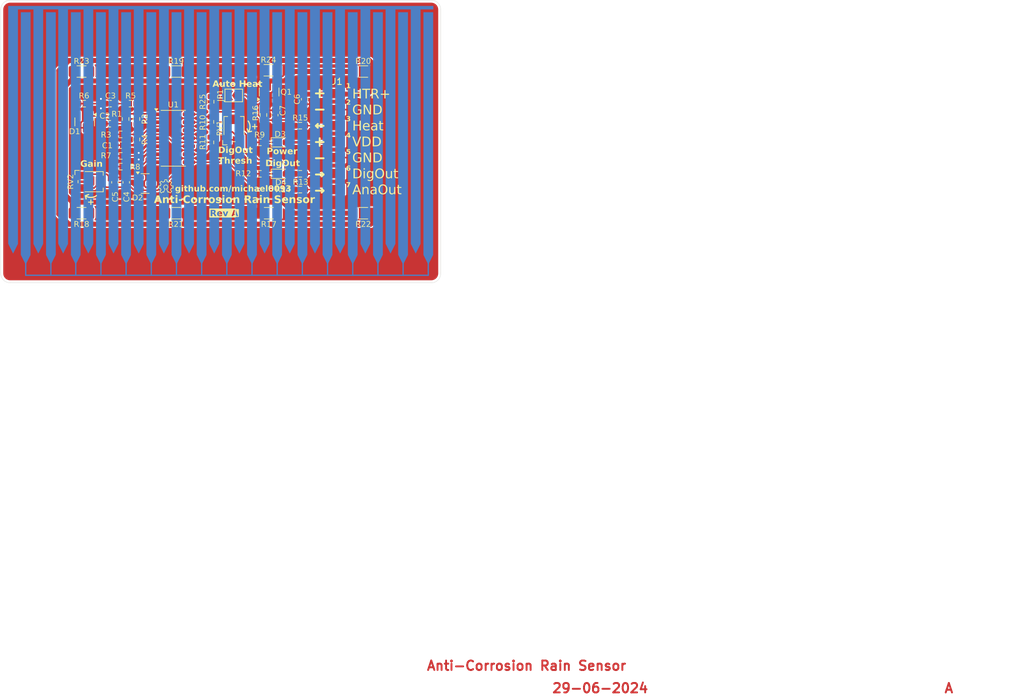
<source format=kicad_pcb>
(kicad_pcb (version 20240108) (generator "pcbnew") (generator_version "8.0")
  (layers (0 "F.Cu" signal) (31 "B.Cu" signal) (34 "B.Paste" user) (35 "F.Paste" user) (36 "B.SilkS" user "B.Silkscreen") (37 "F.SilkS" user "F.Silkscreen") (38 "B.Mask" user) (39 "F.Mask" user) (44 "Edge.Cuts" user))
  (net 0 "")
  (net 1 "GND")
  (net 2 "VDD")
  (net 3 "Net-(U1A--)")
  (net 4 "Net-(C3-Pad2)")
  (net 5 "Net-(C3-Pad1)")
  (net 6 "Net-(D2-A)")
  (net 7 "Net-(D2-K)")
  (net 8 "HTR+")
  (net 9 "Net-(JP1-A)")
  (net 11 "Net-(D2-COM)")
  (net 12 "Net-(D3-K)")
  (net 13 "Net-(D4-K)")
  (net 14 "/HeaterOn")
  (net 15 "Net-(J1-Pin_6)")
  (net 16 "Net-(J1-Pin_7)")
  (net 17 "Net-(R1-Pad1)")
  (net 18 "Net-(U1A-+)")
  (net 19 "Net-(U1B-+)")
  (net 20 "/DigitalOut")
  (net 21 "/AnalogOut")
  (net 22 "Net-(U1D-+)")
  (net 23 "Net-(U1D--)")
  (net 24 "Net-(Q1-D)")
  (net 25 "Net-(JP1-B)")
  (footprint "Package_TO_SOT_SMD:SOT-23" (layer "F.Cu") (at 142.2875 112.9275)
    (property "Reference" "D2")
    (property "Value" "BAT54S")
  )
  (footprint "Capacitor_SMD:C_0603_1608Metric" (layer "F.Cu") (at 136.8125 100.2375 180)
    (property "Reference" "C3")
    (property "Value" "100nF")
  )
  (footprint "Resistor_SMD:R_0603_1608Metric" (layer "F.Cu") (at 140.9125 105.9275 -90)
    (property "Reference" "R4")
    (property "Value" "10k")
  )
  (footprint "Potentiometer_SMD:Potentiometer_Bourns_TC33X_Vertical" (layer "F.Cu") (at 133.7375 112.6375)
    (property "Reference" "RV2")
    (property "Value" "500k")
  )
  (footprint "Resistor_SMD:R_0603_1608Metric" (layer "F.Cu") (at 166.9375 103.7375)
    (property "Reference" "R15")
    (property "Value" "1k")
  )
  (footprint "Resistor_SMD:R_0603_1608Metric" (layer "F.Cu") (at 160.5125 111.3875 180)
    (property "Reference" "R12")
    (property "Value" "1k")
  )
  (footprint "Resistor_SMD:R_0603_1608Metric" (layer "F.Cu") (at 138.3875 105.1275 180)
    (property "Reference" "R3")
    (property "Value" "10k")
  )
  (footprint "Capacitor_SMD:C_0603_1608Metric" (layer "F.Cu") (at 136.6875 103.4275 180)
    (property "Reference" "C2")
    (property "Value" "100nF")
  )
  (footprint "Resistor_SMD:R_1206_3216Metric" (layer "F.Cu") (at 147.1875 95.1375)
    (property "Reference" "R19")
    (property "Value" "100R")
  )
  (footprint "Resistor_SMD:R_0603_1608Metric" (layer "F.Cu") (at 152.6625 103.1375 90)
    (property "Reference" "R10")
    (property "Value" "100k")
  )
  (footprint "Resistor_SMD:R_1206_3216Metric" (layer "F.Cu") (at 176.9375 117.6375)
    (property "Reference" "R22")
    (property "Value" "100R")
  )
  (footprint "Potentiometer_SMD:Potentiometer_Bourns_TC33X_Vertical" (layer "F.Cu") (at 156.4125 104.1775 90)
    (property "Reference" "RV1")
    (property "Value" "10k")
  )
  (footprint "Package_TO_SOT_SMD:SOT-23" (layer "F.Cu") (at 161.9875 98.3875 90)
    (property "Reference" "Q1")
    (property "Value" "AO3400A")
  )
  (footprint "Resistor_SMD:R_0603_1608Metric" (layer "F.Cu") (at 166.9375 113.8875 180)
    (property "Reference" "R14")
    (property "Value" "100R")
  )
  (footprint "Capacitor_SMD:C_0603_1608Metric" (layer "F.Cu") (at 167.625001 99.5375 -90)
    (property "Reference" "C6")
    (property "Value" "100nF")
  )
  (footprint "LED_SMD:LED_0603_1608Metric" (layer "F.Cu") (at 163.8 111.3875)
    (property "Reference" "D4")
    (property "Value" "ORANGE")
  )
  (footprint "Resistor_SMD:R_0603_1608Metric" (layer "F.Cu") (at 138.404762 108.547062)
    (property "Reference" "R7")
    (property "Value" "100k")
  )
  (footprint "Connector_Harwin:Harwin_M20-89007xx_1x07_P2.54mm_Horizontal_NoSilkscreen" (layer "F.Cu") (at 178.2125 106.2675)
    (property "Reference" "J1")
    (property "Value" "Conn_01x07_Pin")
  )
  (footprint "Resistor_SMD:R_1206_3216Metric" (layer "F.Cu") (at 161.9375 117.6375)
    (property "Reference" "R17")
    (property "Value" "100R")
  )
  (footprint "Package_SO:SOIC-14_3.9x8.7mm_P1.27mm" (layer "F.Cu") (at 146.7625 105.7375)
    (property "Reference" "U1")
    (property "Value" "LMV324")
  )
  (footprint "Resistor_SMD:R_1206_3216Metric" (layer "F.Cu") (at 161.8875 94.9375)
    (property "Reference" "R24")
    (property "Value" "100R")
  )
  (footprint "Capacitor_SMD:C_0603_1608Metric" (layer "F.Cu") (at 162.8875 102.0625 -90)
    (property "Reference" "C7")
    (property "Value" "100nF")
  )
  (footprint "Resistor_SMD:R_0603_1608Metric" (layer "F.Cu") (at 140.9125 102.6775 -90)
    (property "Reference" "R2")
    (property "Value" "10k")
  )
  (footprint "Resistor_SMD:R_1206_3216Metric" (layer "F.Cu") (at 147.1875 117.6375)
    (property "Reference" "R21")
    (property "Value" "100R")
  )
  (footprint "Resistor_SMD:R_1206_3216Metric" (layer "F.Cu") (at 132.1875 117.6375)
    (property "Reference" "R18")
    (property "Value" "100R")
  )
  (footprint "LED_SMD:LED_0603_1608Metric" (layer "F.Cu") (at 163.8 106.3875)
    (property "Reference" "D3")
    (property "Value" "GREEN")
  )
  (footprint "Resistor_SMD:R_0603_1608Metric" (layer "F.Cu") (at 139.9875 100.2375 180)
    (property "Reference" "R5")
    (property "Value" "1k")
  )
  (footprint "Package_TO_SOT_SMD:SOT-23" (layer "F.Cu") (at 132.6875 103.1375 -90)
    (property "Reference" "D1")
    (property "Value" "BAV99")
  )
  (footprint "Resistor_SMD:R_0603_1608Metric" (layer "F.Cu") (at 152.6875 99.9375 -90)
    (property "Reference" "R25")
    (property "Value" "10k")
  )
  (footprint "Resistor_SMD:R_0603_1608Metric" (layer "F.Cu") (at 161.0875 102.0375 -90)
    (property "Reference" "R16")
    (property "Value" "100k")
  )
  (footprint "Resistor_SMD:R_0603_1608Metric" (layer "F.Cu") (at 132.5875 100.2375)
    (property "Reference" "R6")
    (property "Value" "1M")
  )
  (footprint "Resistor_SMD:R_1206_3216Metric" (layer "F.Cu") (at 176.9375 95.1375)
    (property "Reference" "R20")
    (property "Value" "100R")
  )
  (footprint "Resistor_SMD:R_0603_1608Metric" (layer "F.Cu") (at 138.4125 110.2375)
    (property "Reference" "R8")
    (property "Value" "100k")
  )
  (footprint "Capacitor_SMD:C_0603_1608Metric" (layer "F.Cu") (at 137.4875 112.7375 90)
    (property "Reference" "C5")
    (property "Value" "100nF")
  )
  (footprint "Capacitor_SMD:C_0603_1608Metric" (layer "F.Cu") (at 139.2875 112.7375 -90)
    (property "Reference" "C4")
    (property "Value" "1nF")
  )
  (footprint "Capacitor_SMD:C_0603_1608Metric" (layer "F.Cu") (at 138.4125 106.8375 180)
    (property "Reference" "C1")
    (property "Value" "100nF")
  )
  (footprint "Resistor_SMD:R_0603_1608Metric" (layer "F.Cu") (at 139.1875 102.6775 -90)
    (property "Reference" "R1")
    (property "Value" "1k")
  )
  (footprint "Resistor_SMD:R_0603_1608Metric" (layer "F.Cu") (at 166.9375 111.3875 180)
    (property "Reference" "R13")
    (property "Value" "100R")
  )
  (footprint "Resistor_SMD:R_0603_1608Metric" (layer "F.Cu") (at 160.5125 106.3875 180)
    (property "Reference" "R9")
    (property "Value" "1k")
  )
  (footprint "Resistor_SMD:R_1206_3216Metric" (layer "F.Cu") (at 132.1875 95.1375)
    (property "Reference" "R23")
    (property "Value" "100R")
  )
  (footprint "Resistor_SMD:R_0603_1608Metric" (layer "F.Cu") (at 152.6625 106.3875 90)
    (property "Reference" "R11")
    (property "Value" "10k")
  )
  (footprint "Jumper:SolderJumper-2_P1.3mm_Open_TrianglePad1.0x1.5mm" (layer "F.Cu") (at 156.362501 98.9375 180)
    (property "Reference" "JP1")
    (property "Value" "Auto Heat" (hide yes))
  )
  (gr_poly (pts (xy 158.519998 85.75) (xy 158.519998 124.25) (xy 159.269998 125.75) (xy 160.019998 124.25) (xy 160.019998 85.75)) (stroke (width 0.05)) (fill solid) (layer "B.Cu") (net 4))
  (gr_poly (pts (xy 150.519998 85.75) (xy 150.519998 124.25) (xy 151.269998 125.75) (xy 152.019998 124.25) (xy 152.019998 85.75)) (stroke (width 0.05)) (fill solid) (layer "B.Cu") (net 4))
  (gr_poly (pts (xy 170.519998 85.75) (xy 170.519998 124.25) (xy 171.269998 125.75) (xy 172.019998 124.25) (xy 172.019998 85.75)) (stroke (width 0.05)) (fill solid) (layer "B.Cu") (net 4))
  (gr_poly (pts (xy 184.519998 85.25) (xy 184.519998 122.5) (xy 185.269998 124) (xy 186.019998 122.5) (xy 186.019998 85.25)) (stroke (width 0.05)) (fill solid) (layer "B.Cu") (net 19))
  (gr_line (start 151.269998 127.5) (end 151.269998 124.75) (stroke (width 0.2)) (layer "B.Cu") (net 4))
  (gr_poly (pts (xy 180.519998 85.25) (xy 180.519998 122.5) (xy 181.269998 124) (xy 182.019998 122.5) (xy 182.019998 85.25)) (stroke (width 0.05)) (fill solid) (layer "B.Cu") (net 19))
  (gr_poly (pts (xy 134.519998 85.75) (xy 134.519998 124.25) (xy 135.269998 125.75) (xy 136.019998 124.25) (xy 136.019998 85.75)) (stroke (width 0.05)) (fill solid) (layer "B.Cu") (net 4))
  (gr_line (start 139.269998 127.5) (end 139.269998 124.75) (stroke (width 0.2)) (layer "B.Cu") (net 4))
  (gr_poly (pts (xy 156.519998 85.25) (xy 156.519998 122.5) (xy 157.269998 124) (xy 158.019998 122.5) (xy 158.019998 85.25)) (stroke (width 0.05)) (fill solid) (layer "B.Cu") (net 19))
  (gr_poly (pts (xy 140.519998 85.25) (xy 140.519998 122.5) (xy 141.269998 124) (xy 142.019998 122.5) (xy 142.019998 85.25)) (stroke (width 0.05)) (fill solid) (layer "B.Cu") (net 19))
  (gr_poly (pts (xy 176.519998 85.25) (xy 176.519998 122.5) (xy 177.269998 124) (xy 178.019998 122.5) (xy 178.019998 85.25)) (stroke (width 0.05)) (fill solid) (layer "B.Cu") (net 19))
  (gr_line (start 167.269998 127.5) (end 167.269998 124.75) (stroke (width 0.2)) (layer "B.Cu") (net 4))
  (gr_poly (pts (xy 164.519998 85.25) (xy 164.519998 122.5) (xy 165.269998 124) (xy 166.019998 122.5) (xy 166.019998 85.25)) (stroke (width 0.05)) (fill solid) (layer "B.Cu") (net 19))
  (gr_line (start 123.319998 127.5) (end 187.269998 127.5) (stroke (width 0.2)) (layer "B.Cu") (net 4))
  (gr_line (start 143.269998 127.5) (end 143.269998 124.75) (stroke (width 0.2)) (layer "B.Cu") (net 4))
  (gr_poly (pts (xy 146.519998 85.75) (xy 146.519998 124.25) (xy 147.269998 125.75) (xy 148.019998 124.25) (xy 148.019998 85.75)) (stroke (width 0.05)) (fill solid) (layer "B.Cu") (net 4))
  (gr_line (start 159.269998 127.5) (end 159.269998 124.75) (stroke (width 0.2)) (layer "B.Cu") (net 4))
  (gr_line (start 179.269998 127.5) (end 179.269998 124.75) (stroke (width 0.2)) (layer "B.Cu") (net 4))
  (gr_poly (pts (xy 132.519998 85.25) (xy 132.519998 122.5) (xy 133.269998 124) (xy 134.019998 122.5) (xy 134.019998 85.25)) (stroke (width 0.05)) (fill solid) (layer "B.Cu") (net 19))
  (gr_line (start 163.269998 127.5) (end 163.269998 124.75) (stroke (width 0.2)) (layer "B.Cu") (net 4))
  (gr_line (start 171.269998 127.5) (end 171.269998 124.75) (stroke (width 0.2)) (layer "B.Cu") (net 4))
  (gr_poly (pts (xy 144.519998 85.25) (xy 144.519998 122.5) (xy 145.269998 124) (xy 146.019998 122.5) (xy 146.019998 85.25)) (stroke (width 0.05)) (fill solid) (layer "B.Cu") (net 19))
  (gr_line (start 131.269998 127.5) (end 131.269998 124.75) (stroke (width 0.2)) (layer "B.Cu") (net 4))
  (gr_poly (pts (xy 168.519998 85.25) (xy 168.519998 122.5) (xy 169.269998 124) (xy 170.019998 122.5) (xy 170.019998 85.25)) (stroke (width 0.05)) (fill solid) (layer "B.Cu") (net 19))
  (gr_poly (pts (xy 120.569998 85.25) (xy 188.04 85.25) (xy 188.04 84.74) (xy 120.57 84.74)) (stroke (width 0.05)) (fill solid) (layer "B.Cu") (net 19))
  (gr_poly (pts (xy 142.519998 85.75) (xy 142.519998 124.25) (xy 143.269998 125.75) (xy 144.019998 124.25) (xy 144.019998 85.75)) (stroke (width 0.05)) (fill solid) (layer "B.Cu") (net 4))
  (gr_poly (pts (xy 122.569998 85.75) (xy 122.569998 124.25) (xy 123.319998 125.75) (xy 124.069998 124.25) (xy 124.069998 85.75)) (stroke (width 0.05)) (fill solid) (layer "B.Cu") (net 4))
  (gr_line (start 183.269998 127.5) (end 183.269998 124.75) (stroke (width 0.2)) (layer "B.Cu") (net 4))
  (gr_poly (pts (xy 162.519998 85.75) (xy 162.519998 124.25) (xy 163.269998 125.75) (xy 164.019998 124.25) (xy 164.019998 85.75)) (stroke (width 0.05)) (fill solid) (layer "B.Cu") (net 4))
  (gr_poly (pts (xy 178.519998 85.75) (xy 178.519998 124.25) (xy 179.269998 125.75) (xy 180.019998 124.25) (xy 180.019998 85.75)) (stroke (width 0.05)) (fill solid) (layer "B.Cu") (net 4))
  (gr_poly (pts (xy 128.519998 85.25) (xy 128.519998 122.5) (xy 129.269998 124) (xy 130.019998 122.5) (xy 130.019998 85.25)) (stroke (width 0.05)) (fill solid) (layer "B.Cu") (net 19))
  (gr_poly (pts (xy 138.519998 85.75) (xy 138.519998 124.25) (xy 139.269998 125.75) (xy 140.019998 124.25) (xy 140.019998 85.75)) (stroke (width 0.05)) (fill solid) (layer "B.Cu") (net 4))
  (gr_line (start 187.269998 127.5) (end 187.269998 124.75) (stroke (width 0.2)) (layer "B.Cu") (net 4))
  (gr_poly (pts (xy 126.569998 85.75) (xy 126.569998 124.25) (xy 127.319998 125.75) (xy 128.069998 124.25) (xy 128.069998 85.75)) (stroke (width 0.05)) (fill solid) (layer "B.Cu") (net 4))
  (gr_line (start 135.269998 127.5) (end 135.269998 124.75) (stroke (width 0.2)) (layer "B.Cu") (net 4))
  (gr_line (start 147.269998 127.5) (end 147.269998 124.75) (stroke (width 0.2)) (layer "B.Cu") (net 4))
  (gr_poly (pts (xy 124.569998 85.25) (xy 124.569998 122.5) (xy 125.319998 124) (xy 126.069998 122.5) (xy 126.069998 85.25)) (stroke (width 0.05)) (fill solid) (layer "B.Cu") (net 19))
  (gr_line (start 155.269998 127.5) (end 155.269998 124.75) (stroke (width 0.2)) (layer "B.Cu") (net 4))
  (gr_poly (pts (xy 130.519998 85.75) (xy 130.519998 124.25) (xy 131.269998 125.75) (xy 132.019998 124.25) (xy 132.019998 85.75)) (stroke (width 0.05)) (fill solid) (layer "B.Cu") (net 4))
  (gr_poly (pts (xy 186.519998 85.75) (xy 186.519998 124.25) (xy 187.269998 125.75) (xy 188.019998 124.25) (xy 188.019998 85.75)) (stroke (width 0.05)) (fill solid) (layer "B.Cu") (net 4))
  (gr_poly (pts (xy 120.569998 85.25) (xy 120.569998 122.5) (xy 121.319998 124) (xy 122.069998 122.5) (xy 122.069998 85.25)) (stroke (width 0.05)) (fill solid) (layer "B.Cu") (net 19))
  (gr_poly (pts (xy 166.519998 85.75) (xy 166.519998 124.25) (xy 167.269998 125.75) (xy 168.019998 124.25) (xy 168.019998 85.75)) (stroke (width 0.05)) (fill solid) (layer "B.Cu") (net 4))
  (gr_poly (pts (xy 148.519998 85.25) (xy 148.519998 122.5) (xy 149.269998 124) (xy 150.019998 122.5) (xy 150.019998 85.25)) (stroke (width 0.05)) (fill solid) (layer "B.Cu") (net 19))
  (gr_poly (pts (xy 182.519998 85.75) (xy 182.519998 124.25) (xy 183.269998 125.75) (xy 184.019998 124.25) (xy 184.019998 85.75)) (stroke (width 0.05)) (fill solid) (layer "B.Cu") (net 4))
  (gr_poly (pts (xy 172.519998 85.25) (xy 172.519998 122.5) (xy 173.269998 124) (xy 174.019998 122.5) (xy 174.019998 85.25)) (stroke (width 0.05)) (fill solid) (layer "B.Cu") (net 19))
  (gr_line (start 127.319998 127.5) (end 127.319998 124.75) (stroke (width 0.2)) (layer "B.Cu") (net 4))
  (gr_poly (pts (xy 174.519998 85.75) (xy 174.519998 124.25) (xy 175.269998 125.75) (xy 176.019998 124.25) (xy 176.019998 85.75)) (stroke (width 0.05)) (fill solid) (layer "B.Cu") (net 4))
  (gr_poly (pts (xy 136.519998 85.25) (xy 136.519998 122.5) (xy 137.269998 124) (xy 138.019998 122.5) (xy 138.019998 85.25)) (stroke (width 0.05)) (fill solid) (layer "B.Cu") (net 19))
  (gr_line (start 175.269998 127.5) (end 175.269998 124.75) (stroke (width 0.2)) (layer "B.Cu") (net 4))
  (gr_line (start 123.319998 124.25) (end 123.319998 127.5) (stroke (width 0.2)) (layer "B.Cu") (net 4))
  (gr_poly (pts (xy 152.519998 85.25) (xy 152.519998 122.5) (xy 153.269998 124) (xy 154.019998 122.5) (xy 154.019998 85.25)) (stroke (width 0.05)) (fill solid) (layer "B.Cu") (net 19))
  (gr_poly (pts (xy 160.519998 85.25) (xy 160.519998 122.5) (xy 161.269998 124) (xy 162.019998 122.5) (xy 162.019998 85.25)) (stroke (width 0.05)) (fill solid) (layer "B.Cu") (net 19))
  (gr_poly (pts (xy 154.519998 85.75) (xy 154.519998 124.25) (xy 155.269998 125.75) (xy 156.019998 124.25) (xy 156.019998 85.75)) (stroke (width 0.05)) (fill solid) (layer "B.Cu") (net 4))
  (gr_line (start 146.027159 114.24755) (end 145.920421 114.291762) (stroke (width 0.1)) (layer "F.SilkS"))
  (gr_line (start 145.354798 112.624106) (end 145.354801 112.624113) (stroke (width 0.1)) (layer "F.SilkS"))
  (gr_arc (start 146.498155 114.186329) (mid 146.50066 114.196149) (end 146.496338 114.205314) (stroke (width 0.1)) (layer "F.SilkS"))
  (gr_line (start 146.337715 113.031335) (end 146.434713 113.265508) (stroke (width 0.1)) (layer "F.SilkS"))
  (gr_line (start 146.497495 112.782962) (end 146.339154 113.017003) (stroke (width 0.1)) (layer "F.SilkS"))
  (gr_line (start 146.339106 113.95124) (end 146.498155 114.186329) (stroke (width 0.1)) (layer "F.SilkS"))
  (gr_arc (start 144.412406 113.342123) (mid 144.415951 113.332461) (end 144.424897 113.327344) (stroke (width 0.1)) (layer "F.SilkS"))
  (gr_arc (start 158.664676 103.003915) (mid 158.951645 103.867072) (end 158.6875 104.7375) (stroke (width 0.2)) (layer "F.SilkS"))
  (gr_line (start 144.714288 113.264598) (end 144.811372 113.030217) (stroke (width 0.1)) (layer "F.SilkS"))
  (gr_line (start 145.444642 113.801737) (end 145.247924 114.28353) (stroke (width 0.1)) (layer "F.SilkS"))
  (gr_line (start 144.412406 113.62531) (end 144.412406 113.342123) (stroke (width 0.1)) (layer "F.SilkS"))
  (gr_arc (start 146.041395 112.719362) (mid 146.035058 112.721794) (end 146.028288 112.721232) (stroke (width 0.1)) (layer "F.SilkS"))
  (gr_line (start 144.652366 112.762942) (end 144.652355 112.762931) (stroke (width 0.1)) (layer "F.SilkS"))
  (gr_arc (start 144.650505 112.782041) (mid 144.647996 112.772159) (end 144.652366 112.762942) (stroke (width 0.1)) (layer "F.SilkS"))
  (gr_arc (start 144.810945 113.937066) (mid 144.812013 113.944341) (end 144.809508 113.951254) (stroke (width 0.1)) (layer "F.SilkS"))
  (gr_arc (start 146.027159 114.24755) (mid 146.034472 114.246469) (end 146.041422 114.248997) (stroke (width 0.1)) (layer "F.SilkS"))
  (gr_line (start 144.872141 112.560315) (end 145.10723 112.719364) (stroke (width 0.1)) (layer "F.SilkS"))
  (gr_line (start 146.496338 114.205314) (end 146.295488 114.406164) (stroke (width 0.1)) (layer "F.SilkS"))
  (gr_line (start 144.650491 114.186296) (end 144.809508 113.951254) (stroke (width 0.1)) (layer "F.SilkS"))
  (gr_arc (start 146.339106 113.95124) (mid 146.336628 113.944566) (end 146.3375 113.9375) (stroke (width 0.1)) (layer "F.SilkS"))
  (gr_arc (start 144.853155 112.562131) (mid 144.862321 112.557812) (end 144.872141 112.560315) (stroke (width 0.1)) (layer "F.SilkS"))
  (gr_line (start 145.432291 112.322252) (end 145.716347 112.322252) (stroke (width 0.1)) (layer "F.SilkS"))
  (gr_arc (start 145.920421 114.291762) (mid 145.908509 114.291606) (end 145.900424 114.282857) (stroke (width 0.1)) (layer "F.SilkS"))
  (gr_line (start 144.424897 113.327344) (end 144.703208 113.273651) (stroke (width 0.1)) (layer "F.SilkS"))
  (gr_arc (start 145.417566 112.334391) (mid 145.422745 112.325679) (end 145.432291 112.322252) (stroke (width 0.1)) (layer "F.SilkS"))
  (gr_line (start 144.809554 113.017129) (end 144.650505 112.782041) (stroke (width 0.1)) (layer "F.SilkS"))
  (gr_arc (start 146.276462 112.560329) (mid 146.286306 112.55783) (end 146.295487 112.562184) (stroke (width 0.1)) (layer "F.SilkS"))
  (gr_arc (start 144.809554 113.017129) (mid 144.811952 113.023463) (end 144.811372 113.030217) (stroke (width 0.1)) (layer "F.SilkS"))
  (gr_line (start 146.72334 113.641046) (end 146.444889 113.694766) (stroke (width 0.1)) (layer "F.SilkS"))
  (gr_arc (start 146.337715 113.031335) (mid 146.336629 113.023991) (end 146.339168 113.017012) (stroke (width 0.1)) (layer "F.SilkS"))
  (gr_rect (start 152.562923 116.98515) (end 156.612077 118.2375) (stroke (width 0.18)) (fill none) (layer "F.SilkS"))
  (gr_arc (start 145.363802 112.61307) (mid 145.360691 112.619723) (end 145.354798 112.624106) (stroke (width 0.1)) (layer "F.SilkS"))
  (gr_arc (start 146.445387 113.273645) (mid 146.439095 113.270822) (end 146.434713 113.265508) (stroke (width 0.1)) (layer "F.SilkS"))
  (gr_line (start 145.731061 112.33441) (end 145.784953 112.613753) (stroke (width 0.1)) (layer "F.SilkS"))
  (gr_arc (start 144.714288 113.264598) (mid 144.709894 113.270522) (end 144.703206 113.273639) (stroke (width 0.1)) (layer "F.SilkS"))
  (gr_line (start 146.041395 112.719362) (end 146.276462 112.560329) (stroke (width 0.1)) (layer "F.SilkS"))
  (gr_line (start 146.275571 114.407384) (end 146.041434 114.248979) (stroke (width 0.1)) (layer "F.SilkS"))
  (gr_line (start 146.295504 112.562167) (end 146.496354 112.763017) (stroke (width 0.1)) (layer "F.SilkS"))
  (gr_line (start 146.434355 113.703669) (end 146.3375 113.9375) (stroke (width 0.1)) (layer "F.SilkS"))
  (gr_arc (start 145.437069 113.782338) (mid 145.444729 113.790525) (end 145.444642 113.801737) (stroke (width 0.1)) (layer "F.SilkS"))
  (gr_line (start 146.736217 113.342696) (end 146.736217 113.626223) (stroke (width 0.1)) (layer "F.SilkS"))
  (gr_line (start 146.041422 114.248997) (end 146.041434 114.248979) (stroke (width 0.1)) (layer "F.SilkS"))
  (gr_arc (start 144.424594 113.640913) (mid 144.415576 113.635395) (end 144.412406 113.62531) (stroke (width 0.1)) (layer "F.SilkS"))
  (gr_arc (start 145.437069 113.782338) (mid 145.574312 113.155908) (end 145.711554 113.782338) (stroke (width 0.1)) (layer "F.SilkS"))
  (gr_line (start 144.852752 114.405781) (end 144.65232 114.205349) (stroke (width 0.1)) (layer "F.SilkS"))
  (gr_arc (start 145.247924 114.28353) (mid 145.239391 114.291905) (end 145.227443 114.291447) (stroke (width 0.1)) (layer "F.SilkS"))
  (gr_line (start 145.900424 114.282857) (end 145.703913 113.801571) (stroke (width 0.1)) (layer "F.SilkS"))
  (gr_line (start 144.70335 113.694692) (end 144.424594 113.640913) (stroke (width 0.1)) (layer "F.SilkS"))
  (gr_arc (start 145.703913 113.801571) (mid 145.703858 113.790412) (end 145.711554 113.782338) (stroke (width 0.1)) (layer "F.SilkS"))
  (gr_arc (start 145.716347 112.322252) (mid 145.725888 112.325686) (end 145.731061 112.33441) (stroke (width 0.1)) (layer "F.SilkS"))
  (gr_line (start 144.652355 112.762931) (end 144.853155 112.562131) (stroke (width 0.1)) (layer "F.SilkS"))
  (gr_line (start 145.121393 112.720794) (end 145.354801 112.624113) (stroke (width 0.1)) (layer "F.SilkS"))
  (gr_line (start 144.810945 113.937066) (end 144.714222 113.703559) (stroke (width 0.1)) (layer "F.SilkS"))
  (gr_arc (start 144.70335 113.694692) (mid 144.709902 113.697756) (end 144.714222 113.703559) (stroke (width 0.1)) (layer "F.SilkS"))
  (gr_arc (start 146.724085 113.327413) (mid 146.732981 113.332808) (end 146.736217 113.342696) (stroke (width 0.1)) (layer "F.SilkS"))
  (gr_line (start 146.445387 113.273645) (end 146.724085 113.327413) (stroke (width 0.1)) (layer "F.SilkS"))
  (gr_arc (start 146.736217 113.626223) (mid 146.732548 113.636041) (end 146.72334 113.641046) (stroke (width 0.1)) (layer "F.SilkS"))
  (gr_line (start 158.6875 104.7375) (end 158.4875 104.2375) (stroke (width 0.2)) (layer "F.SilkS"))
  (gr_line (start 145.227443 114.291447) (end 145.120792 114.247272) (stroke (width 0.1)) (layer "F.SilkS"))
  (gr_line (start 146.295487 112.562184) (end 146.295504 112.562167) (stroke (width 0.1)) (layer "F.SilkS"))
  (gr_arc (start 144.65232 114.205349) (mid 144.647987 114.196153) (end 144.6505 114.186302) (stroke (width 0.1)) (layer "F.SilkS"))
  (gr_arc (start 145.107308 114.248898) (mid 145.113855 114.246467) (end 145.120792 114.247272) (stroke (width 0.1)) (layer "F.SilkS"))
  (gr_arc (start 146.434355 113.703669) (mid 146.438541 113.697939) (end 146.444889 113.694766) (stroke (width 0.1)) (layer "F.SilkS"))
  (gr_line (start 132.917079 115.373342) (end 132.817079 114.873342) (stroke (width 0.2)) (layer "F.SilkS"))
  (gr_line (start 145.107234 112.719358) (end 145.10723 112.719364) (stroke (width 0.1)) (layer "F.SilkS"))
  (gr_line (start 159.1875 104.6375) (end 158.6875 104.7375) (stroke (width 0.2)) (layer "F.SilkS"))
  (gr_line (start 145.363802 112.61307) (end 145.417566 112.334391) (stroke (width 0.1)) (layer "F.SilkS"))
  (gr_line (start 146.339168 113.017012) (end 146.339154 113.017003) (stroke (width 0.1)) (layer "F.SilkS"))
  (gr_line (start 132.817079 114.873342) (end 133.317079 114.673342) (stroke (width 0.2)) (layer "F.SilkS"))
  (gr_line (start 144.703206 113.273639) (end 144.703208 113.273651) (stroke (width 0.1)) (layer "F.SilkS"))
  (gr_line (start 145.793748 112.624083) (end 146.028288 112.721232) (stroke (width 0.1)) (layer "F.SilkS"))
  (gr_arc (start 145.121393 112.720794) (mid 145.114132 112.72186) (end 145.107234 112.719358) (stroke (width 0.1)) (layer "F.SilkS"))
  (gr_arc (start 144.872156 114.40799) (mid 144.862046 114.410464) (end 144.852752 114.405781) (stroke (width 0.1)) (layer "F.SilkS"))
  (gr_arc (start 145.793748 112.624083) (mid 145.788113 112.61997) (end 145.784953 112.613753) (stroke (width 0.1)) (layer "F.SilkS"))
  (gr_arc (start 134.550664 114.850517) (mid 133.687493 115.137523) (end 132.817079 114.873342) (stroke (width 0.2)) (layer "F.SilkS"))
  (gr_arc (start 146.496354 112.763017) (mid 146.500723 112.772771) (end 146.497495 112.782962) (stroke (width 0.1)) (layer "F.SilkS"))
  (gr_arc (start 146.295488 114.406164) (mid 146.285762 114.410544) (end 146.275571 114.407384) (stroke (width 0.1)) (layer "F.SilkS"))
  (gr_line (start 144.6505 114.186302) (end 144.650491 114.186296) (stroke (width 0.1)) (layer "F.SilkS"))
  (gr_line (start 145.107308 114.248898) (end 144.872156 114.40799) (stroke (width 0.1)) (layer "F.SilkS"))
  (gr_line (start 120.85 128.7) (end 187.75 128.7) (stroke (width 0.05)) (layer "Edge.Cuts"))
  (gr_line (start 189.25 127.2) (end 189.25 85.3) (stroke (width 0.05)) (layer "Edge.Cuts"))
  (gr_line (start 119.35 85.3) (end 119.35 127.2) (stroke (width 0.05)) (layer "Edge.Cuts"))
  (gr_arc (start 120.85 128.7) (mid 119.78934 128.26066) (end 119.35 127.2) (stroke (width 0.05)) (layer "Edge.Cuts"))
  (gr_arc (start 119.35 85.3) (mid 119.78934 84.23934) (end 120.85 83.8) (stroke (width 0.05)) (layer "Edge.Cuts"))
  (gr_arc (start 189.25 127.2) (mid 188.81066 128.26066) (end 187.75 128.7) (stroke (width 0.05)) (layer "Edge.Cuts"))
  (gr_arc (start 187.75 83.8) (mid 188.81066 84.23934) (end 189.25 85.3) (stroke (width 0.05)) (layer "Edge.Cuts"))
  (gr_line (start 187.75 83.8) (end 120.85 83.8) (stroke (width 0.05)) (layer "Edge.Cuts"))
  (gr_text "29-06-2024" (at 206.81 193.96 0) (layer "F.Cu") (effects (font (size 1.5 1.5) (thickness 0.3) (bold yes)) (justify left bottom)))
  (gr_text "A" (at 269.12 193.97 0) (layer "F.Cu") (effects (font (size 1.5 1.5) (thickness 0.3) (bold yes)) (justify left bottom)))
  (gr_text "Anti-Corrosion Rain Sensor" (at 186.9 190.4 0) (layer "F.Cu") (effects (font (size 1.5 1.5) (thickness 0.3) (bold yes)) (justify left bottom)))
  (gr_text "+" (at 133.062658 115.303161 -90) (layer "F.SilkS") (effects (font (size 1 1) (thickness 0.2) (bold yes)) (justify left bottom)))
  (gr_text "DigOut\nThresh" (at 153.8875 109.9375 0) (layer "F.SilkS") (effects (font (size 1 1) (thickness 0.2) (bold yes)) (justify left bottom)))
  (gr_text "HTR+\nGND\nHeat\nVDD\nGND\nDigOut\nAnaOut" (at 175.1875 114.8875 0) (layer "F.SilkS") (effects (font (size 1.51 1.5)) (justify left bottom)))
  (gr_text "Power" (at 161.5875 108.4375 0) (layer "F.SilkS") (effects (font (size 1 1) (thickness 0.2) (bold yes)) (justify left bottom)))
  (gr_text "github.com/michael0093" (at 147.03 114.35 0) (layer "F.SilkS") (effects (font (size 0.95 0.95) (thickness 0.19) (bold yes)) (justify left bottom)))
  (gr_text "Gain" (at 131.9875 110.4375 0) (layer "F.SilkS") (effects (font (size 1 1) (thickness 0.2) (bold yes)) (justify left bottom)))
  (gr_text "DigOut" (at 161.3875 110.3375 0) (layer "F.SilkS") (effects (font (size 1 1) (thickness 0.2) (bold yes)) (justify left bottom)))
  (gr_text "Auto Heat" (at 152.9875 97.7375 0) (layer "F.SilkS") (effects (font (size 1 1) (thickness 0.2) (bold yes)) (justify left bottom)))
  (gr_text "+\n-\n←\n+\n-\n→\n→" (at 168.8375 114.8875 0) (layer "F.SilkS") (effects (font (size 1.6 1.6) (thickness 0.3) (bold yes)) (justify left bottom)))
  (gr_text "1\n\n2\n\n3\n\n4\n\n5\n\n6\n\n7" (at 174.1875 113.6375 0) (layer "F.SilkS") (effects (font (size 0.78 0.8) (thickness 0.1) (bold yes)) (justify left bottom)))
  (gr_text "Rev A" (at 152.572351 118.289697 0) (layer "F.SilkS" knockout) (effects (font (size 1 1) (thickness 0.2) (bold yes)) (justify left bottom)))
  (gr_text "Anti-Corrosion Rain Sensor" (at 143.6875 116.2375 0) (layer "F.SilkS") (effects (font (size 1.2 1.2) (thickness 0.2) (bold yes)) (justify left bottom)))
  (gr_text "+" (at 159.117319 104.491921 0) (layer "F.SilkS") (effects (font (size 1 1) (thickness 0.2) (bold yes)) (justify left bottom)))
  (segment (start 135.6375 103.4275) (end 135.92 103.71) (width 0.25) (layer "F.Cu") (net 1))
  (segment (start 137.6375 106.6775) (end 137.6375 106.0375) (width 0.25) (layer "F.Cu") (net 1))
  (segment (start 137.5875 111.8625) (end 137.5875 106.8875) (width 0.25) (layer "F.Cu") (net 1))
  (segment (start 136.8 100.625) (end 136.8 99.75) (width 0.2032) (layer "F.Cu") (net 1))
  (segment (start 162.2923 102.0423) (end 163.6827 102.0423) (width 0.2032) (layer "F.Cu") (net 1))
  (segment (start 141.740377 105.984623) (end 142.622083 105.102917) (width 0.25) (layer "F.Cu") (net 1))
  (segment (start 138.3875 107.3375) (end 138.4093 107.3157) (width 0.2032) (layer "F.Cu") (net 1))
  (segment (start 164.561618 114.9843) (end 165.964818 116.3875) (width 0.6) (layer "F.Cu") (net 1))
  (segment (start 135.92 104.840273) (end 136.207227 105.1275) (width 0.25) (layer "F.Cu") (net 1))
  (segment (start 162.2875 102.0375) (end 162.2923 102.0423) (width 0.2032) (layer "F.Cu") (net 1))
  (segment (start 137.5875 106.8875) (end 137.6375 106.8375) (width 0.25) (layer "F.Cu") (net 1))
  (segment (start 136.6875 102.8375) (end 136.7875 102.7375) (width 0.2032) (layer "F.Cu") (net 1))
  (segment (start 137.4875 111.9625) (end 137.5875 111.8625) (width 0.25) (layer "F.Cu") (net 1))
  (segment (start 138.4093 107.3157) (end 138.4093 106.414423) (width 0.2032) (layer "F.Cu") (net 1))
  (segment (start 163.6827 102.0423) (end 163.6875 102.0375) (width 0.2032) (layer "F.Cu") (net 1))
  (segment (start 147.152917 105.102917) (end 147.7875 105.7375) (width 0.25) (layer "F.Cu") (net 1))
  (segment (start 136.8 99.75) (end 136.7875 99.7375) (width 0.2032) (layer "F.Cu") (net 1))
  (segment (start 136.207227 105.1275) (end 137.5625 105.1275) (width 0.25) (layer "F.Cu") (net 1))
  (segment (start 131.2343 114.9843) (end 164.561618 114.9843) (width 0.6) (layer "F.Cu") (net 1))
  (segment (start 165.964818 116.3875) (end 174.1875 116.3875) (width 0.6) (layer "F.Cu") (net 1))
  (segment (start 174.1875 116.3875) (end 174.9375 115.6375) (width 0.6) (layer "F.Cu") (net 1))
  (segment (start 142.622083 105.102917) (end 147.152917 105.102917) (width 0.25) (layer "F.Cu") (net 1))
  (segment (start 147.7875 105.7375) (end 149.4125 105.7375) (width 0.25) (layer "F.Cu") (net 1))
  (segment (start 168.1875 99.5375) (end 168.2875 99.4375) (width 0.2032) (layer "F.Cu") (net 1))
  (segment (start 131.0343 97.5407) (end 130.4875 98.0875) (width 0.6) (layer "F.Cu") (net 1))
  (segment (start 137.690377 105.984623) (end 141.740377 105.984623) (width 0.25) (layer "F.Cu") (net 1))
  (segment (start 130.4875 114.2375) (end 131.2343 114.9843) (width 0.6) (layer "F.Cu") (net 1))
  (segment (start 136.6875 103.8375) (end 136.6875 102.8375) (width 0.2032) (layer "F.Cu") (net 1))
  (segment (start 130.4875 98.0875) (end 130.4875 114.2375) (width 0.6) (layer "F.Cu") (net 1))
  (segment (start 167.1875 99.5375) (end 168.1875 99.5375) (width 0.2032) (layer "F.Cu") (net 1))
  (segment (start 137.6375 105.2025) (end 137.5625 105.1275) (width 0.25) (layer "F.Cu") (net 1))
  (segment (start 137.6375 106.0375) (end 137.6375 105.2025) (width 0.25) (layer "F.Cu") (net 1))
  (segment (start 135.92 103.71) (end 135.92 104.840273) (width 0.25) (layer "F.Cu") (net 1))
  (segment (start 137.6375 106.0375) (end 137.690377 105.984623) (width 0.25) (layer "F.Cu") (net 1))
  (segment (start 136.7875 100.6375) (end 136.8 100.625) (width 0.2032) (layer "F.Cu") (net 1))
  (segment (start 163.8 112.05) (end 163.8 111.960632) (width 0.4) (layer "F.Cu") (net 2))
  (segment (start 156.1725 104.7375) (end 157.4125 105.9775) (width 0.25) (layer "F.Cu") (net 2))
  (segment (start 166.9157 106.4157) (end 166.8875 106.3875) (width 0.4) (layer "F.Cu") (net 2))
  (segment (start 163.8 110.45) (end 163.8 110.77) (width 0.4) (layer "F.Cu") (net 2))
  (segment (start 157.4125 107.1625) (end 159.9875 109.7375) (width 0.4) (layer "F.Cu") (net 2))
  (segment (start 166.567896 112.2657) (end 166.9157 111.917896) (width 0.4) (layer "F.Cu") (net 2))
  (segment (start 157.4125 105.9775) (end 157.4125 107.1625) (width 0.4) (layer "F.Cu") (net 2))
  (segment (start 163.8 110.77) (end 163.8 111.9) (width 0.28) (layer "F.Cu") (net 2))
  (segment (start 144.4625 105.7375) (end 146.0875 105.7375) (width 0.25) (layer "F.Cu") (net 2))
  (segment (start 164.450001 106.3875) (end 166.8875 106.3875) (width 0.4) (layer "F.Cu") (net 2))
  (segment (start 166.9157 111.917896) (end 166.9157 106.4157) (width 0.4) (layer "F.Cu") (net 2))
  (segment (start 153.5457 106.3793) (end 153.8875 106.0375) (width 0.25) (layer "F.Cu") (net 2))
  (segment (start 166.567896 112.2657) (end 164.0157 112.2657) (width 0.4) (layer "F.Cu") (net 2))
  (segment (start 153.8875 104.9375) (end 154.0875 104.7375) (width 0.25) (layer "F.Cu") (net 2))
  (segment (start 142.7875 105.7375) (end 144.4625 105.7375) (width 0.4) (layer "F.Cu") (net 2))
  (segment (start 141.6875 106.8375) (end 142.7875 105.7375) (width 0.4) (layer "F.Cu") (net 2))
  (segment (start 172.6475 106.3875) (end 172.6875 106.3475) (width 0.4) (layer "F.Cu") (net 2))
  (segment (start 159.9875 109.7375) (end 163.0875 109.7375) (width 0.4) (layer "F.Cu") (net 2))
  (segment (start 163.0875 109.7375) (end 163.8 110.45) (width 0.4) (layer "F.Cu") (net 2))
  (segment (start 153.8875 106.0375) (end 153.8875 104.9375) (width 0.25) (layer "F.Cu") (net 2))
  (segment (start 146.0875 105.7375) (end 146.7293 106.3793) (width 0.25) (layer "F.Cu") (net 2))
  (segment (start 154.0875 104.7375) (end 156.1725 104.7375) (width 0.25) (layer "F.Cu") (net 2))
  (segment (start 146.7293 106.3793) (end 153.5457 106.3793) (width 0.25) (layer "F.Cu") (net 2))
  (segment (start 139.1875 106.8375) (end 141.6875 106.8375) (width 0.4) (layer "F.Cu") (net 2))
  (segment (start 166.8875 106.3875) (end 172.6475 106.3875) (width 0.4) (layer "F.Cu") (net 2))
  (segment (start 164.0157 112.2657) (end 163.8 112.05) (width 0.4) (layer "F.Cu") (net 2))
  (segment (start 144.3125 103.1975) (end 144.4625 103.3475) (width 0.25) (layer "F.Cu") (net 3))
  (segment (start 142.7475 103.1975) (end 144.3125 103.1975) (width 0.25) (layer "F.Cu") (net 3))
  (segment (start 139.3425 103.4275) (end 140.115979 102.654021) (width 0.25) (layer "F.Cu") (net 3))
  (segment (start 140.115979 102.654021) (end 142.204021 102.654021) (width 0.25) (layer "F.Cu") (net 3))
  (segment (start 137.1875 103.4275) (end 139.3425 103.4275) (width 0.25) (layer "F.Cu") (net 3))
  (segment (start 142.204021 102.654021) (end 142.7475 103.1975) (width 0.25) (layer "F.Cu") (net 3))
  (segment (start 135.2325 100.2375) (end 136.0375 100.2375) (width 0.25) (layer "F.Cu") (net 4))
  (segment (start 135.23 100.24) (end 135.2325 100.2375) (width 0.25) (layer "F.Cu") (net 4))
  (segment (start 135.27 99.48) (end 135.27 100.99) (width 0.4) (layer "F.Cu") (net 4))
  (segment (start 135.2275 100.2375) (end 133.5125 100.2375) (width 0.25) (layer "F.Cu") (net 4))
  (segment (start 135.23 100.24) (end 135.2275 100.2375) (width 0.25) (layer "F.Cu") (net 4))
  (via (at 135.27 99.48) (size 0.6) (drill 0.3) (layers "F.Cu" "B.Cu") (net 4))
  (via (at 135.27 100.99) (size 0.6) (drill 0.3) (layers "F.Cu" "B.Cu") (net 4))
  (segment (start 133.6375 102.2) (end 136.725 102.2) (width 0.25) (layer "F.Cu") (net 5))
  (segment (start 139.1625 100.2375) (end 137.5875 100.2375) (width 0.25) (layer "F.Cu") (net 5))
  (segment (start 136.725 102.2) (end 137.5875 101.3375) (width 0.25) (layer "F.Cu") (net 5))
  (segment (start 137.5875 101.3375) (end 137.5875 100.2375) (width 0.25) (layer "F.Cu") (net 5))
  (segment (start 136.7875 112.7375) (end 138.5125 112.7375) (width 0.2032) (layer "F.Cu") (net 6))
  (segment (start 131.9375 111.6375) (end 132.1375 111.4375) (width 0.25) (layer "F.Cu") (net 6))
  (segment (start 136.1875 111.4375) (end 136.4875 111.7375) (width 0.25) (layer "F.Cu") (net 6))
  (segment (start 144.45 108.44) (end 144.4625 108.4275) (width 0.25) (layer "F.Cu") (net 6))
  (segment (start 138.516317 112.733683) (end 139.2875 111.9625) (width 0.25) (layer "F.Cu") (net 6))
  (segment (start 132.1375 111.4375) (end 136.1875 111.4375) (width 0.25) (layer "F.Cu") (net 6))
  (segment (start 136.4875 112.4375) (end 136.783683 112.733683) (width 0.25) (layer "F.Cu") (net 6))
  (segment (start 136.783683 112.733683) (end 136.7875 112.7375) (width 0.2032) (layer "F.Cu") (net 6))
  (segment (start 139.2375 110.2375) (end 139.2375 111.9125) (width 0.25) (layer "F.Cu") (net 6))
  (segment (start 139.2375 111.9125) (end 139.2875 111.9625) (width 0.25) (layer "F.Cu") (net 6))
  (segment (start 139.2375 110.2375) (end 141.6425 110.2375) (width 0.25) (layer "F.Cu") (net 6))
  (segment (start 139.3025 111.9775) (end 139.2875 111.9625) (width 0.25) (layer "F.Cu") (net 6))
  (segment (start 141.6425 110.2375) (end 142.47 109.41) (width 0.25) (layer "F.Cu") (net 6))
  (segment (start 136.4875 111.7375) (end 136.4875 112.4375) (width 0.25) (layer "F.Cu") (net 6))
  (segment (start 143.02 108.44) (end 144.45 108.44) (width 0.25) (layer "F.Cu") (net 6))
  (segment (start 142.47 108.99) (end 143.02 108.44) (width 0.25) (layer "F.Cu") (net 6))
  (segment (start 138.5125 112.7375) (end 138.516317 112.733683) (width 0.2032) (layer "F.Cu") (net 6))
  (segment (start 142.47 109.41) (end 142.47 108.99) (width 0.25) (layer "F.Cu") (net 6))
  (segment (start 141.35 111.9775) (end 139.3025 111.9775) (width 0.25) (layer "F.Cu") (net 6))
  (segment (start 146.9875 107.8375) (end 147.8175 107.0075) (width 0.25) (layer "F.Cu") (net 7))
  (segment (start 139.2875 113.5125) (end 140.0625 113.5125) (width 0.25) (layer "F.Cu") (net 7))
  (segment (start 147.8175 107.0075) (end 149.4125 107.0075) (width 0.25) (layer "F.Cu") (net 7))
  (segment (start 131.9375 113.6375) (end 134.1875 113.6375) (width 0.25) (layer "F.Cu") (net 7))
  (segment (start 141.4725 114) (end 144.29 114) (width 0.25) (layer "F.Cu") (net 7))
  (segment (start 144.29 114) (end 146.9875 111.3025) (width 0.25) (layer "F.Cu") (net 7))
  (segment (start 135.2875 112.3875) (end 135.0375 112.6375) (width 0.25) (layer "F.Cu") (net 7))
  (segment (start 146.9875 111.3025) (end 146.9875 107.8375) (width 0.25) (layer "F.Cu") (net 7))
  (segment (start 134.1875 113.6375) (end 135.1875 112.6375) (width 0.25) (layer "F.Cu") (net 7))
  (segment (start 140.0625 113.5125) (end 140.4275 113.8775) (width 0.25) (layer "F.Cu") (net 7))
  (segment (start 140.4275 113.8775) (end 141.35 113.8775) (width 0.25) (layer "F.Cu") (net 7))
  (segment (start 141.35 113.8775) (end 141.4725 114) (width 0.25) (layer "F.Cu") (net 7))
  (segment (start 136.0625 113.5125) (end 137.4875 113.5125) (width 0.25) (layer "F.Cu") (net 7))
  (segment (start 135.1875 112.6375) (end 136.0625 113.5125) (width 0.25) (layer "F.Cu") (net 7))
  (segment (start 137.4875 113.5125) (end 139.2875 113.5125) (width 0.25) (layer "F.Cu") (net 7))
  (segment (start 178.4 97.925) (end 178.4 95.1375) (width 0.8) (layer "F.Cu") (net 8))
  (segment (start 177.9375 93.3875) (end 163.4375 93.3875) (width 0.8) (layer "F.Cu") (net 8))
  (segment (start 163.4375 93.3875) (end 148.6875 93.3875) (width 0.8) (layer "F.Cu") (net 8))
  (segment (start 163.4 95.1375) (end 163.4 93.425) (width 0.8) (layer "F.Cu") (net 8))
  (segment (start 178.4375 95.1) (end 178.4375 93.8875) (width 0.8) (layer "F.Cu") (net 8))
  (segment (start 163.4 93.425) (end 163.4375 93.3875) (width 0.8) (layer "F.Cu") (net 8))
  (segment (start 163.4 119.35) (end 163.4375 119.3875) (width 0.8) (layer "F.Cu") (net 8))
  (segment (start 148.9375 119.3875) (end 163.4375 119.3875) (width 0.8) (layer "F.Cu") (net 8))
  (segment (start 130.1875 119.3875) (end 133.6875 119.3875) (width 0.8) (layer "F.Cu") (net 8))
  (segment (start 178.4 95.1375) (end 178.4375 95.1) (width 0.8) (layer "F.Cu") (net 8))
  (segment (start 172.6875 98.7275) (end 177.5975 98.7275) (width 0.8) (layer "F.Cu") (net 8))
  (segment (start 128.5811 94.9939) (end 128.5811 117.7811) (width 0.8) (layer "F.Cu") (net 8))
  (segment (start 178.1125 119.3875) (end 178.4 119.1) (width 0.8) (layer "F.Cu") (net 8))
  (segment (start 148.6875 93.3875) (end 133.6875 93.3875) (width 0.8) (layer "F.Cu") (net 8))
  (segment (start 133.6875 93.3875) (end 130.1875 93.3875) (width 0.8) (layer "F.Cu") (net 8))
  (segment (start 148.65 95.1375) (end 148.65 93.425) (width 0.8) (layer "F.Cu") (net 8))
  (segment (start 133.65 95.1375) (end 133.65 93.425) (width 0.8) (layer "F.Cu") (net 8))
  (segment (start 133.65 117.6375) (end 133.65 119.35) (width 0.8) (layer "F.Cu") (net 8))
  (segment (start 130.1875 93.3875) (end 128.5811 94.9939) (width 0.8) (layer "F.Cu") (net 8))
  (segment (start 133.65 119.35) (end 133.6875 119.3875) (width 0.8) (layer "F.Cu") (net 8))
  (segment (start 163.4375 119.3875) (end 178.1125 119.3875) (width 0.8) (layer "F.Cu") (net 8))
  (segment (start 177.5975 98.7275) (end 178.4 97.925) (width 0.8) (layer "F.Cu") (net 8))
  (segment (start 178.4 119.1) (end 178.4 117.6375) (width 0.8) (layer "F.Cu") (net 8))
  (segment (start 172.6875 98.7275) (end 167.740001 98.7275) (width 0.8) (layer "F.Cu") (net 8))
  (segment (start 148.65 93.425) (end 148.6875 93.3875) (width 0.8) (layer "F.Cu") (net 8))
  (segment (start 148.65 117.6375) (end 148.65 119.1) (width 0.8) (layer "F.Cu") (net 8))
  (segment (start 133.65 93.425) (end 133.6875 93.3875) (width 0.8) (layer "F.Cu") (net 8))
  (segment (start 163.4 117.6375) (end 163.4 119.35) (width 0.8) (layer "F.Cu") (net 8))
  (segment (start 128.5811 117.7811) (end 130.1875 119.3875) (width 0.8) (layer "F.Cu") (net 8))
  (segment (start 133.6875 119.3875) (end 148.9375 119.3875) (width 0.8) (layer "F.Cu") (net 8))
  (segment (start 178.4375 93.8875) (end 177.9375 93.3875) (width 0.8) (layer "F.Cu") (net 8))
  (segment (start 148.65 119.1) (end 148.9375 119.3875) (width 0.8) (layer "F.Cu") (net 8))
  (segment (start 166.1125 103.7375) (end 165.2125 102.8375) (width 0.25) (layer "F.Cu") (net 9))
  (segment (start 157.0875 98.9375) (end 158.2375 98.9375) (width 0.25) (layer "F.Cu") (net 9))
  (segment (start 161.0875 102.8625) (end 160.2843 102.0593) (width 0.25) (layer "F.Cu") (net 9))
  (segment (start 160.2843 100.38445) (end 160.9875 99.68125) (width 0.25) (layer "F.Cu") (net 9))
  (segment (start 162.8625 102.8625) (end 162.8875 102.8375) (width 0.25) (layer "F.Cu") (net 9))
  (segment (start 160.9875 99.68125) (end 160.9875 99.325) (width 0.25) (layer "F.Cu") (net 9))
  (segment (start 161.0875 102.8625) (end 162.8625 102.8625) (width 0.25) (layer "F.Cu") (net 9))
  (segment (start 160.23735 100.3375) (end 160.2843 100.38445) (width 0.25) (layer "F.Cu") (net 9))
  (segment (start 159.6375 100.3375) (end 160.23735 100.3375) (width 0.25) (layer "F.Cu") (net 9))
  (segment (start 160.2843 102.0593) (end 160.2843 100.38445) (width 0.25) (layer "F.Cu") (net 9))
  (segment (start 158.2375 98.9375) (end 159.6375 100.3375) (width 0.25) (layer "F.Cu") (net 9))
  (segment (start 165.2125 102.8375) (end 162.8875 102.8375) (width 0.25) (layer "F.Cu") (net 9))
  (segment (start 143.225001 112.9275) (end 143.215001 112.9375) (width 0.25) (layer "F.Cu") (net 11))
  (segment (start 142.8875 112.9375) (end 142.8875 110.2825) (width 0.25) (layer "F.Cu") (net 11))
  (segment (start 143.215001 112.9375) (end 142.8875 112.9375) (width 0.25) (layer "F.Cu") (net 11))
  (segment (start 142.8875 110.2825) (end 143.6225 109.5475) (width 0.25) (layer "F.Cu") (net 11))
  (segment (start 143.6225 109.5475) (end 144.4625 109.5475) (width 0.25) (layer "F.Cu") (net 11))
  (segment (start 162.800001 106.3875) (end 161.162501 106.3875) (width 0.2032) (layer "F.Cu") (net 12))
  (segment (start 162.8625 111.3875) (end 161.162501 111.3875) (width 0.25) (layer "F.Cu") (net 13))
  (segment (start 172.6175 103.7375) (end 172.6875 103.8075) (width 0.25) (layer "F.Cu") (net 14))
  (segment (start 167.7625 103.7375) (end 172.6175 103.7375) (width 0.25) (layer "F.Cu") (net 14))
  (segment (start 172.6875 111.4275) (end 167.8025 111.4275) (width 0.25) (layer "F.Cu") (net 15))
  (segment (start 167.8025 111.4275) (end 167.7625 111.3875) (width 0.2032) (layer "F.Cu") (net 15))
  (segment (start 167.7625 113.8875) (end 172.6075 113.8875) (width 0.25) (layer "F.Cu") (net 16))
  (segment (start 172.6075 113.8875) (end 172.6875 113.9675) (width 0.2032) (layer "F.Cu") (net 16))
  (segment (start 144.4625 102.0775) (end 144.4625 101.9275) (width 0.25) (layer "F.Cu") (net 17))
  (segment (start 140.9125 101.8525) (end 140.9125 100.2525) (width 0.25) (layer "F.Cu") (net 17))
  (segment (start 144.3875 101.8525) (end 138.9125 101.8525) (width 0.25) (layer "F.Cu") (net 17))
  (segment (start 144.4625 101.9275) (end 144.3875 101.8525) (width 0.25) (layer "F.Cu") (net 17))
  (segment (start 144.3125 104.4675) (end 144.4625 104.6175) (width 0.25) (layer "F.Cu") (net 18))
  (segment (start 141.955 105.1025) (end 142.59 104.4675) (width 0.25) (layer "F.Cu") (net 18))
  (segment (start 140.9125 105.1025) (end 141.955 105.1025) (width 0.25) (layer "F.Cu") (net 18))
  (segment (start 139.2125 105.1275) (end 140.8875 105.1275) (width 0.25) (layer "F.Cu") (net 18))
  (segment (start 142.59 104.4675) (end 144.3125 104.4675) (width 0.25) (layer "F.Cu") (net 18))
  (segment (start 140.9125 103.5025) (end 140.9125 105.1025) (width 0.25) (layer "F.Cu") (net 18))
  (segment (start 140.8875 105.1275) (end 140.9125 105.1025) (width 0.25) (layer "F.Cu") (net 18))
  (segment (start 143.1025 107.0075) (end 144.2875 107.0075) (width 0.25) (layer "F.Cu") (net 19))
  (segment (start 139.229762 108.547062) (end 141.257062 108.547062) (width 0.25) (layer "F.Cu") (net 19))
  (segment (start 141.257062 108.547062) (end 141.27 108.56) (width 0.25) (layer "F.Cu") (net 19))
  (segment (start 142.04 108.07) (end 143.1025 107.0075) (width 0.25) (layer "F.Cu") (net 19))
  (segment (start 144.3125 107.0075) (end 144.4625 107.1575) (width 0.25) (layer "F.Cu") (net 19))
  (segment (start 141.27 108.56) (end 141.27 108.07) (width 0.4) (layer "F.Cu") (net 19))
  (segment (start 141.27 109.11) (end 141.27 108.56) (width 0.4) (layer "F.Cu") (net 19))
  (segment (start 141.27 108.07) (end 142.04 108.07) (width 0.25) (layer "F.Cu") (net 19))
  (via (at 141.27 108.07) (size 0.6) (drill 0.3) (layers "F.Cu" "B.Cu") (net 19))
  (via (at 141.27 109.11) (size 0.6) (drill 0.3) (layers "F.Cu" "B.Cu") (net 19))
  (segment (start 152.6625 102.3125) (end 152.6625 101.5625) (width 0.25) (layer "F.Cu") (net 20))
  (segment (start 158.3407 107.1907) (end 158.3407 105.1907) (width 0.25) (layer "F.Cu") (net 20))
  (segment (start 164.5125 109.9625) (end 163.6875 109.1375) (width 0.25) (layer "F.Cu") (net 20))
  (segment (start 158.3407 105.1907) (end 157.6875 104.5375) (width 0.25) (layer "F.Cu") (net 20))
  (segment (start 163.6875 109.1375) (end 160.2875 109.1375) (width 0.25) (layer "F.Cu") (net 20))
  (segment (start 151.2275 101.9275) (end 151.6125 102.3125) (width 0.25) (layer "F.Cu") (net 20))
  (segment (start 152.6875 101.5375) (end 152.6875 100.7625) (width 0.25) (layer "F.Cu") (net 20))
  (segment (start 149.4125 101.9275) (end 151.2275 101.9275) (width 0.25) (layer "F.Cu") (net 20))
  (segment (start 157.6875 104.5375) (end 157.6875 101.8429) (width 0.25) (layer "F.Cu") (net 20))
  (segment (start 160.2875 109.1375) (end 158.3407 107.1907) (width 0.25) (layer "F.Cu") (net 20))
  (segment (start 166.1125 111.3875) (end 164.5125 111.3875) (width 0.25) (layer "F.Cu") (net 20))
  (segment (start 164.5125 111.3875) (end 164.5125 109.9625) (width 0.25) (layer "F.Cu") (net 20))
  (segment (start 152.6625 101.5625) (end 152.6875 101.5375) (width 0.25) (layer "F.Cu") (net 20))
  (segment (start 157.3821 101.5375) (end 152.6875 101.5375) (width 0.25) (layer "F.Cu") (net 20))
  (segment (start 151.6125 102.3125) (end 152.6625 102.3125) (width 0.25) (layer "F.Cu") (net 20))
  (segment (start 157.6875 101.8429) (end 157.3821 101.5375) (width 0.25) (layer "F.Cu") (net 20))
  (segment (start 155.4975 109.5475) (end 151.5975 109.5475) (width 0.25) (layer "F.Cu") (net 21))
  (segment (start 159.8375 113.8875) (end 155.4975 109.5475) (width 0.25) (layer "F.Cu") (net 21))
  (segment (start 151.5975 109.5475) (end 151.5975 108.2775) (width 0.25) (layer "F.Cu") (net 21))
  (segment (start 166.1125 113.8875) (end 159.8375 113.8875) (width 0.25) (layer "F.Cu") (net 21))
  (segment (start 151.5975 109.5475) (end 149.4125 109.5475) (width 0.25) (layer "F.Cu") (net 21))
  (segment (start 151.5975 108.2775) (end 152.6625 107.2125) (width 0.25) (layer "F.Cu") (net 21))
  (segment (start 149.4125 108.2775) (end 151.5975 108.2775) (width 0.25) (layer "F.Cu") (net 21))
  (segment (start 152.6625 105.5625) (end 152.6625 103.9625) (width 0.25) (layer "F.Cu") (net 22))
  (segment (start 149.4125 104.4675) (end 151.1075 104.4675) (width 0.25) (layer "F.Cu") (net 22))
  (segment (start 151.1075 104.4675) (end 151.6125 103.9625) (width 0.25) (layer "F.Cu") (net 22))
  (segment (start 151.6125 103.9625) (end 152.6625 103.9625) (width 0.25) (layer "F.Cu") (net 22))
  (segment (start 149.4125 103.1975) (end 155.9425 103.1975) (width 0.25) (layer "F.Cu") (net 23))
  (segment (start 155.9425 103.1975) (end 156.4125 102.7275) (width 0.25) (layer "F.Cu") (net 23))
  (segment (start 130.725 117.6375) (end 130.725 115.925) (width 0.8) (layer "F.Cu") (net 24))
  (segment (start 145.725 96.425) (end 145.9375 96.6375) (width 0.8) (layer "F.Cu") (net 24))
  (segment (start 165.9375 117.6375) (end 164.1875 115.8875) (width 0.8) (layer "F.Cu") (net 24))
  (segment (start 160.6875 96.6375) (end 164.4375 96.6375) (width 0.8) (layer "F.Cu") (net 24))
  (segment (start 145.725 95.1375) (end 145.725 96.425) (width 0.8) (layer "F.Cu") (net 24))
  (segment (start 160.6875 115.8875) (end 145.6875 115.8875) (width 0.8) (layer "F.Cu") (net 24))
  (segment (start 164.4375 96.6375) (end 165.9375 95.1375) (width 0.8) (layer "F.Cu") (net 24))
  (segment (start 160.475 117.6375) (end 160.475 116.1) (width 0.8) (layer "F.Cu") (net 24))
  (segment (start 160.475 96.425) (end 160.6875 96.6375) (width 0.8) (layer "F.Cu") (net 24))
  (segment (start 130.4375 96.6375) (end 145.9375 96.6375) (width 0.8) (layer "F.Cu") (net 24))
  (segment (start 165.9375 95.1375) (end 175.475 95.1375) (width 0.8) (layer "F.Cu") (net 24))
  (segment (start 164.1875 115.8875) (end 160.6875 115.8875) (width 0.8) (layer "F.Cu") (net 24))
  (segment (start 130.6875 115.8375) (end 129.5843 114.7343) (width 0.8) (layer "F.Cu") (net 24))
  (segment (start 129.5843 97.4907) (end 130.4375 96.6375) (width 0.8) (layer "F.Cu") (net 24))
  (segment (start 160.475 116.1) (end 160.6875 115.8875) (width 0.8) (layer "F.Cu") (net 24))
  (segment (start 145.6875 115.8875) (end 130.6875 115.8875) (width 0.8) (layer "F.Cu") (net 24))
  (segment (start 145.9375 96.6375) (end 160.6875 96.6375) (width 0.8) (layer "F.Cu") (net 24))
  (segment (start 145.725 117.6375) (end 145.725 115.925) (width 0.8) (layer "F.Cu") (net 24))
  (segment (start 175.475 117.6375) (end 165.9375 117.6375) (width 0.8) (layer "F.Cu") (net 24))
  (segment (start 130.725 115.925) (end 130.6875 115.8875) (width 0.8) (layer "F.Cu") (net 24))
  (segment (start 145.725 115.925) (end 145.6875 115.8875) (width 0.8) (layer "F.Cu") (net 24))
  (segment (start 130.725 96.35) (end 130.4375 96.6375) (width 0.8) (layer "F.Cu") (net 24))
  (segment (start 129.5843 114.7343) (end 129.5843 97.4907) (width 0.8) (layer "F.Cu") (net 24))
  (segment (start 130.6875 115.8875) (end 130.6875 115.8375) (width 0.8) (layer "F.Cu") (net 24))
  (segment (start 160.475 95.1375) (end 160.475 96.425) (width 0.8) (layer "F.Cu") (net 24))
  (segment (start 130.725 95.1375) (end 130.725 96.35) (width 0.8) (layer "F.Cu") (net 24))
  (segment (start 155.462502 99.1125) (end 155.637502 98.9375) (width 0.25) (layer "F.Cu") (net 25))
  (segment (start 152.6875 99.1125) (end 155.462502 99.1125) (width 0.25) (layer "F.Cu") (net 25))
  (zone (net 1) (net_name "GND") (layer "F.Cu") (connect_pads (clearance 0.2032)) (min_thickness 0.2032) (fill yes (thermal_gap 0.2032) (thermal_bridge_width 0.25) (smoothing fillet) (radius 2) (island_removal_mode 2) (island_area_min 5))
    (polygon (pts (xy 119.2375 83.7875) (xy 119.4375 128.6875) (xy 189.3625 128.7525) (xy 189.1625 83.8525)))
  )
)
</source>
